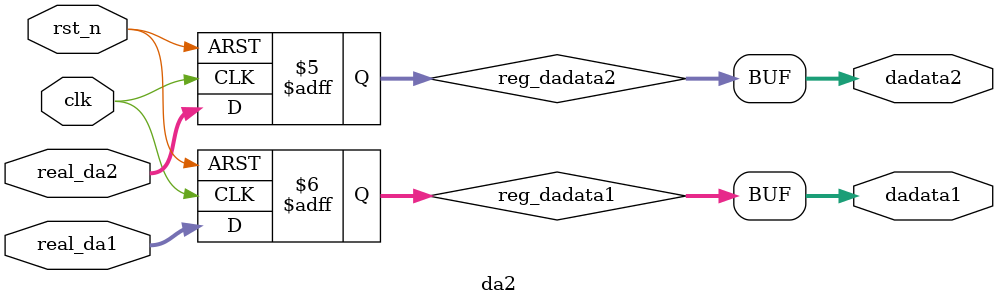
<source format=v>
`timescale 1ns / 1ps
module da2(
	input clk,
	input rst_n,
	input[13:0] real_da1, 
	input[13:0] real_da2, 
	output[13:0] dadata1,	
	output[13:0] dadata2
    );
	 
reg[13:0] reg_dadata1;
reg[13:0] reg_dadata2;

assign dadata1 = reg_dadata1;
assign dadata2 = reg_dadata2;

always@(posedge clk or negedge rst_n)
begin
	if(!rst_n)
	begin
		reg_dadata1 <= 14'b0000_00000_00000;
	end
	else
	begin
		reg_dadata1 <= real_da1;
	end
end

always@(posedge clk or negedge rst_n)
begin
	if(!rst_n)
	begin
		reg_dadata2 <= 14'b0000_00000_00000;
	end
	else
	begin
		reg_dadata2 <= real_da2;
	end
end

endmodule

</source>
